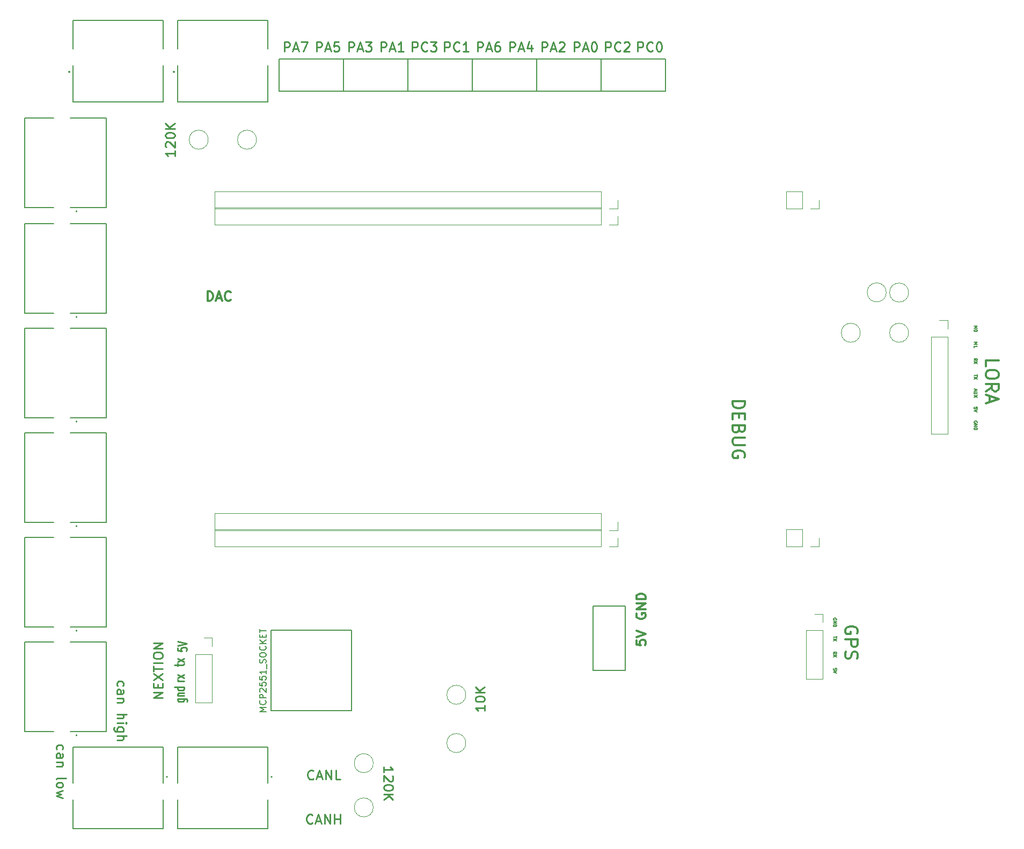
<source format=gbr>
G04 #@! TF.GenerationSoftware,KiCad,Pcbnew,(5.0.2)-1*
G04 #@! TF.CreationDate,2022-12-18T00:38:05+03:00*
G04 #@! TF.ProjectId,aks_mainboard,616b735f-6d61-4696-9e62-6f6172642e6b,rev?*
G04 #@! TF.SameCoordinates,Original*
G04 #@! TF.FileFunction,Legend,Top*
G04 #@! TF.FilePolarity,Positive*
%FSLAX46Y46*%
G04 Gerber Fmt 4.6, Leading zero omitted, Abs format (unit mm)*
G04 Created by KiCad (PCBNEW (5.0.2)-1) date 18.12.2022 00:38:05*
%MOMM*%
%LPD*%
G01*
G04 APERTURE LIST*
%ADD10C,0.300000*%
%ADD11C,0.250000*%
%ADD12C,0.127000*%
%ADD13C,0.120000*%
%ADD14C,0.200000*%
%ADD15C,0.150000*%
G04 APERTURE END LIST*
D10*
X200390000Y-136366428D02*
X200485238Y-136175952D01*
X200485238Y-135890238D01*
X200390000Y-135604523D01*
X200199523Y-135414047D01*
X200009047Y-135318809D01*
X199628095Y-135223571D01*
X199342380Y-135223571D01*
X198961428Y-135318809D01*
X198770952Y-135414047D01*
X198580476Y-135604523D01*
X198485238Y-135890238D01*
X198485238Y-136080714D01*
X198580476Y-136366428D01*
X198675714Y-136461666D01*
X199342380Y-136461666D01*
X199342380Y-136080714D01*
X198485238Y-137318809D02*
X200485238Y-137318809D01*
X200485238Y-138080714D01*
X200390000Y-138271190D01*
X200294761Y-138366428D01*
X200104285Y-138461666D01*
X199818571Y-138461666D01*
X199628095Y-138366428D01*
X199532857Y-138271190D01*
X199437619Y-138080714D01*
X199437619Y-137318809D01*
X198580476Y-139223571D02*
X198485238Y-139509285D01*
X198485238Y-139985476D01*
X198580476Y-140175952D01*
X198675714Y-140271190D01*
X198866190Y-140366428D01*
X199056666Y-140366428D01*
X199247142Y-140271190D01*
X199342380Y-140175952D01*
X199437619Y-139985476D01*
X199532857Y-139604523D01*
X199628095Y-139414047D01*
X199723333Y-139318809D01*
X199913809Y-139223571D01*
X200104285Y-139223571D01*
X200294761Y-139318809D01*
X200390000Y-139414047D01*
X200485238Y-139604523D01*
X200485238Y-140080714D01*
X200390000Y-140366428D01*
X220710238Y-94234285D02*
X220710238Y-93281904D01*
X222710238Y-93281904D01*
X222710238Y-95281904D02*
X222710238Y-95662857D01*
X222615000Y-95853333D01*
X222424523Y-96043809D01*
X222043571Y-96139047D01*
X221376904Y-96139047D01*
X220995952Y-96043809D01*
X220805476Y-95853333D01*
X220710238Y-95662857D01*
X220710238Y-95281904D01*
X220805476Y-95091428D01*
X220995952Y-94900952D01*
X221376904Y-94805714D01*
X222043571Y-94805714D01*
X222424523Y-94900952D01*
X222615000Y-95091428D01*
X222710238Y-95281904D01*
X220710238Y-98139047D02*
X221662619Y-97472380D01*
X220710238Y-96996190D02*
X222710238Y-96996190D01*
X222710238Y-97758095D01*
X222615000Y-97948571D01*
X222519761Y-98043809D01*
X222329285Y-98139047D01*
X222043571Y-98139047D01*
X221853095Y-98043809D01*
X221757857Y-97948571D01*
X221662619Y-97758095D01*
X221662619Y-96996190D01*
X221281666Y-98900952D02*
X221281666Y-99853333D01*
X220710238Y-98710476D02*
X222710238Y-99377142D01*
X220710238Y-100043809D01*
D11*
X114633571Y-159285714D02*
X114562142Y-159357142D01*
X114347857Y-159428571D01*
X114205000Y-159428571D01*
X113990714Y-159357142D01*
X113847857Y-159214285D01*
X113776428Y-159071428D01*
X113705000Y-158785714D01*
X113705000Y-158571428D01*
X113776428Y-158285714D01*
X113847857Y-158142857D01*
X113990714Y-158000000D01*
X114205000Y-157928571D01*
X114347857Y-157928571D01*
X114562142Y-158000000D01*
X114633571Y-158071428D01*
X115205000Y-159000000D02*
X115919285Y-159000000D01*
X115062142Y-159428571D02*
X115562142Y-157928571D01*
X116062142Y-159428571D01*
X116562142Y-159428571D02*
X116562142Y-157928571D01*
X117419285Y-159428571D01*
X117419285Y-157928571D01*
X118847857Y-159428571D02*
X118133571Y-159428571D01*
X118133571Y-157928571D01*
X114455000Y-166270714D02*
X114383571Y-166342142D01*
X114169285Y-166413571D01*
X114026428Y-166413571D01*
X113812142Y-166342142D01*
X113669285Y-166199285D01*
X113597857Y-166056428D01*
X113526428Y-165770714D01*
X113526428Y-165556428D01*
X113597857Y-165270714D01*
X113669285Y-165127857D01*
X113812142Y-164985000D01*
X114026428Y-164913571D01*
X114169285Y-164913571D01*
X114383571Y-164985000D01*
X114455000Y-165056428D01*
X115026428Y-165985000D02*
X115740714Y-165985000D01*
X114883571Y-166413571D02*
X115383571Y-164913571D01*
X115883571Y-166413571D01*
X116383571Y-166413571D02*
X116383571Y-164913571D01*
X117240714Y-166413571D01*
X117240714Y-164913571D01*
X117955000Y-166413571D02*
X117955000Y-164913571D01*
X117955000Y-165627857D02*
X118812142Y-165627857D01*
X118812142Y-166413571D02*
X118812142Y-164913571D01*
X141648571Y-147720714D02*
X141648571Y-148577857D01*
X141648571Y-148149285D02*
X140148571Y-148149285D01*
X140362857Y-148292142D01*
X140505714Y-148435000D01*
X140577142Y-148577857D01*
X140148571Y-146792142D02*
X140148571Y-146649285D01*
X140220000Y-146506428D01*
X140291428Y-146435000D01*
X140434285Y-146363571D01*
X140720000Y-146292142D01*
X141077142Y-146292142D01*
X141362857Y-146363571D01*
X141505714Y-146435000D01*
X141577142Y-146506428D01*
X141648571Y-146649285D01*
X141648571Y-146792142D01*
X141577142Y-146935000D01*
X141505714Y-147006428D01*
X141362857Y-147077857D01*
X141077142Y-147149285D01*
X140720000Y-147149285D01*
X140434285Y-147077857D01*
X140291428Y-147006428D01*
X140220000Y-146935000D01*
X140148571Y-146792142D01*
X141648571Y-145649285D02*
X140148571Y-145649285D01*
X141648571Y-144792142D02*
X140791428Y-145435000D01*
X140148571Y-144792142D02*
X141005714Y-145649285D01*
X125686428Y-158270000D02*
X125686428Y-157412857D01*
X125686428Y-157841428D02*
X127186428Y-157841428D01*
X126972142Y-157698571D01*
X126829285Y-157555714D01*
X126757857Y-157412857D01*
X127043571Y-158841428D02*
X127115000Y-158912857D01*
X127186428Y-159055714D01*
X127186428Y-159412857D01*
X127115000Y-159555714D01*
X127043571Y-159627142D01*
X126900714Y-159698571D01*
X126757857Y-159698571D01*
X126543571Y-159627142D01*
X125686428Y-158770000D01*
X125686428Y-159698571D01*
X127186428Y-160627142D02*
X127186428Y-160770000D01*
X127115000Y-160912857D01*
X127043571Y-160984285D01*
X126900714Y-161055714D01*
X126615000Y-161127142D01*
X126257857Y-161127142D01*
X125972142Y-161055714D01*
X125829285Y-160984285D01*
X125757857Y-160912857D01*
X125686428Y-160770000D01*
X125686428Y-160627142D01*
X125757857Y-160484285D01*
X125829285Y-160412857D01*
X125972142Y-160341428D01*
X126257857Y-160270000D01*
X126615000Y-160270000D01*
X126900714Y-160341428D01*
X127043571Y-160412857D01*
X127115000Y-160484285D01*
X127186428Y-160627142D01*
X125686428Y-161770000D02*
X127186428Y-161770000D01*
X125686428Y-162627142D02*
X126543571Y-161984285D01*
X127186428Y-162627142D02*
X126329285Y-161770000D01*
X92753571Y-60170000D02*
X92753571Y-61027142D01*
X92753571Y-60598571D02*
X91253571Y-60598571D01*
X91467857Y-60741428D01*
X91610714Y-60884285D01*
X91682142Y-61027142D01*
X91396428Y-59598571D02*
X91325000Y-59527142D01*
X91253571Y-59384285D01*
X91253571Y-59027142D01*
X91325000Y-58884285D01*
X91396428Y-58812857D01*
X91539285Y-58741428D01*
X91682142Y-58741428D01*
X91896428Y-58812857D01*
X92753571Y-59670000D01*
X92753571Y-58741428D01*
X91253571Y-57812857D02*
X91253571Y-57670000D01*
X91325000Y-57527142D01*
X91396428Y-57455714D01*
X91539285Y-57384285D01*
X91825000Y-57312857D01*
X92182142Y-57312857D01*
X92467857Y-57384285D01*
X92610714Y-57455714D01*
X92682142Y-57527142D01*
X92753571Y-57670000D01*
X92753571Y-57812857D01*
X92682142Y-57955714D01*
X92610714Y-58027142D01*
X92467857Y-58098571D01*
X92182142Y-58170000D01*
X91825000Y-58170000D01*
X91539285Y-58098571D01*
X91396428Y-58027142D01*
X91325000Y-57955714D01*
X91253571Y-57812857D01*
X92753571Y-56670000D02*
X91253571Y-56670000D01*
X92753571Y-55812857D02*
X91896428Y-56455714D01*
X91253571Y-55812857D02*
X92110714Y-56670000D01*
X145570000Y-44493571D02*
X145570000Y-42993571D01*
X146141428Y-42993571D01*
X146284285Y-43065000D01*
X146355714Y-43136428D01*
X146427142Y-43279285D01*
X146427142Y-43493571D01*
X146355714Y-43636428D01*
X146284285Y-43707857D01*
X146141428Y-43779285D01*
X145570000Y-43779285D01*
X146998571Y-44065000D02*
X147712857Y-44065000D01*
X146855714Y-44493571D02*
X147355714Y-42993571D01*
X147855714Y-44493571D01*
X148998571Y-43493571D02*
X148998571Y-44493571D01*
X148641428Y-42922142D02*
X148284285Y-43993571D01*
X149212857Y-43993571D01*
X150650000Y-44493571D02*
X150650000Y-42993571D01*
X151221428Y-42993571D01*
X151364285Y-43065000D01*
X151435714Y-43136428D01*
X151507142Y-43279285D01*
X151507142Y-43493571D01*
X151435714Y-43636428D01*
X151364285Y-43707857D01*
X151221428Y-43779285D01*
X150650000Y-43779285D01*
X152078571Y-44065000D02*
X152792857Y-44065000D01*
X151935714Y-44493571D02*
X152435714Y-42993571D01*
X152935714Y-44493571D01*
X153364285Y-43136428D02*
X153435714Y-43065000D01*
X153578571Y-42993571D01*
X153935714Y-42993571D01*
X154078571Y-43065000D01*
X154150000Y-43136428D01*
X154221428Y-43279285D01*
X154221428Y-43422142D01*
X154150000Y-43636428D01*
X153292857Y-44493571D01*
X154221428Y-44493571D01*
X165782857Y-44493571D02*
X165782857Y-42993571D01*
X166354285Y-42993571D01*
X166497142Y-43065000D01*
X166568571Y-43136428D01*
X166640000Y-43279285D01*
X166640000Y-43493571D01*
X166568571Y-43636428D01*
X166497142Y-43707857D01*
X166354285Y-43779285D01*
X165782857Y-43779285D01*
X168140000Y-44350714D02*
X168068571Y-44422142D01*
X167854285Y-44493571D01*
X167711428Y-44493571D01*
X167497142Y-44422142D01*
X167354285Y-44279285D01*
X167282857Y-44136428D01*
X167211428Y-43850714D01*
X167211428Y-43636428D01*
X167282857Y-43350714D01*
X167354285Y-43207857D01*
X167497142Y-43065000D01*
X167711428Y-42993571D01*
X167854285Y-42993571D01*
X168068571Y-43065000D01*
X168140000Y-43136428D01*
X169068571Y-42993571D02*
X169211428Y-42993571D01*
X169354285Y-43065000D01*
X169425714Y-43136428D01*
X169497142Y-43279285D01*
X169568571Y-43565000D01*
X169568571Y-43922142D01*
X169497142Y-44207857D01*
X169425714Y-44350714D01*
X169354285Y-44422142D01*
X169211428Y-44493571D01*
X169068571Y-44493571D01*
X168925714Y-44422142D01*
X168854285Y-44350714D01*
X168782857Y-44207857D01*
X168711428Y-43922142D01*
X168711428Y-43565000D01*
X168782857Y-43279285D01*
X168854285Y-43136428D01*
X168925714Y-43065000D01*
X169068571Y-42993571D01*
X155730000Y-44493571D02*
X155730000Y-42993571D01*
X156301428Y-42993571D01*
X156444285Y-43065000D01*
X156515714Y-43136428D01*
X156587142Y-43279285D01*
X156587142Y-43493571D01*
X156515714Y-43636428D01*
X156444285Y-43707857D01*
X156301428Y-43779285D01*
X155730000Y-43779285D01*
X157158571Y-44065000D02*
X157872857Y-44065000D01*
X157015714Y-44493571D02*
X157515714Y-42993571D01*
X158015714Y-44493571D01*
X158801428Y-42993571D02*
X158944285Y-42993571D01*
X159087142Y-43065000D01*
X159158571Y-43136428D01*
X159230000Y-43279285D01*
X159301428Y-43565000D01*
X159301428Y-43922142D01*
X159230000Y-44207857D01*
X159158571Y-44350714D01*
X159087142Y-44422142D01*
X158944285Y-44493571D01*
X158801428Y-44493571D01*
X158658571Y-44422142D01*
X158587142Y-44350714D01*
X158515714Y-44207857D01*
X158444285Y-43922142D01*
X158444285Y-43565000D01*
X158515714Y-43279285D01*
X158587142Y-43136428D01*
X158658571Y-43065000D01*
X158801428Y-42993571D01*
X140490000Y-44493571D02*
X140490000Y-42993571D01*
X141061428Y-42993571D01*
X141204285Y-43065000D01*
X141275714Y-43136428D01*
X141347142Y-43279285D01*
X141347142Y-43493571D01*
X141275714Y-43636428D01*
X141204285Y-43707857D01*
X141061428Y-43779285D01*
X140490000Y-43779285D01*
X141918571Y-44065000D02*
X142632857Y-44065000D01*
X141775714Y-44493571D02*
X142275714Y-42993571D01*
X142775714Y-44493571D01*
X143918571Y-42993571D02*
X143632857Y-42993571D01*
X143490000Y-43065000D01*
X143418571Y-43136428D01*
X143275714Y-43350714D01*
X143204285Y-43636428D01*
X143204285Y-44207857D01*
X143275714Y-44350714D01*
X143347142Y-44422142D01*
X143490000Y-44493571D01*
X143775714Y-44493571D01*
X143918571Y-44422142D01*
X143990000Y-44350714D01*
X144061428Y-44207857D01*
X144061428Y-43850714D01*
X143990000Y-43707857D01*
X143918571Y-43636428D01*
X143775714Y-43565000D01*
X143490000Y-43565000D01*
X143347142Y-43636428D01*
X143275714Y-43707857D01*
X143204285Y-43850714D01*
X160702857Y-44493571D02*
X160702857Y-42993571D01*
X161274285Y-42993571D01*
X161417142Y-43065000D01*
X161488571Y-43136428D01*
X161560000Y-43279285D01*
X161560000Y-43493571D01*
X161488571Y-43636428D01*
X161417142Y-43707857D01*
X161274285Y-43779285D01*
X160702857Y-43779285D01*
X163060000Y-44350714D02*
X162988571Y-44422142D01*
X162774285Y-44493571D01*
X162631428Y-44493571D01*
X162417142Y-44422142D01*
X162274285Y-44279285D01*
X162202857Y-44136428D01*
X162131428Y-43850714D01*
X162131428Y-43636428D01*
X162202857Y-43350714D01*
X162274285Y-43207857D01*
X162417142Y-43065000D01*
X162631428Y-42993571D01*
X162774285Y-42993571D01*
X162988571Y-43065000D01*
X163060000Y-43136428D01*
X163631428Y-43136428D02*
X163702857Y-43065000D01*
X163845714Y-42993571D01*
X164202857Y-42993571D01*
X164345714Y-43065000D01*
X164417142Y-43136428D01*
X164488571Y-43279285D01*
X164488571Y-43422142D01*
X164417142Y-43636428D01*
X163560000Y-44493571D01*
X164488571Y-44493571D01*
X115090000Y-44493571D02*
X115090000Y-42993571D01*
X115661428Y-42993571D01*
X115804285Y-43065000D01*
X115875714Y-43136428D01*
X115947142Y-43279285D01*
X115947142Y-43493571D01*
X115875714Y-43636428D01*
X115804285Y-43707857D01*
X115661428Y-43779285D01*
X115090000Y-43779285D01*
X116518571Y-44065000D02*
X117232857Y-44065000D01*
X116375714Y-44493571D02*
X116875714Y-42993571D01*
X117375714Y-44493571D01*
X118590000Y-42993571D02*
X117875714Y-42993571D01*
X117804285Y-43707857D01*
X117875714Y-43636428D01*
X118018571Y-43565000D01*
X118375714Y-43565000D01*
X118518571Y-43636428D01*
X118590000Y-43707857D01*
X118661428Y-43850714D01*
X118661428Y-44207857D01*
X118590000Y-44350714D01*
X118518571Y-44422142D01*
X118375714Y-44493571D01*
X118018571Y-44493571D01*
X117875714Y-44422142D01*
X117804285Y-44350714D01*
X110010000Y-44493571D02*
X110010000Y-42993571D01*
X110581428Y-42993571D01*
X110724285Y-43065000D01*
X110795714Y-43136428D01*
X110867142Y-43279285D01*
X110867142Y-43493571D01*
X110795714Y-43636428D01*
X110724285Y-43707857D01*
X110581428Y-43779285D01*
X110010000Y-43779285D01*
X111438571Y-44065000D02*
X112152857Y-44065000D01*
X111295714Y-44493571D02*
X111795714Y-42993571D01*
X112295714Y-44493571D01*
X112652857Y-42993571D02*
X113652857Y-42993571D01*
X113010000Y-44493571D01*
X125250000Y-44493571D02*
X125250000Y-42993571D01*
X125821428Y-42993571D01*
X125964285Y-43065000D01*
X126035714Y-43136428D01*
X126107142Y-43279285D01*
X126107142Y-43493571D01*
X126035714Y-43636428D01*
X125964285Y-43707857D01*
X125821428Y-43779285D01*
X125250000Y-43779285D01*
X126678571Y-44065000D02*
X127392857Y-44065000D01*
X126535714Y-44493571D02*
X127035714Y-42993571D01*
X127535714Y-44493571D01*
X128821428Y-44493571D02*
X127964285Y-44493571D01*
X128392857Y-44493571D02*
X128392857Y-42993571D01*
X128250000Y-43207857D01*
X128107142Y-43350714D01*
X127964285Y-43422142D01*
X120170000Y-44493571D02*
X120170000Y-42993571D01*
X120741428Y-42993571D01*
X120884285Y-43065000D01*
X120955714Y-43136428D01*
X121027142Y-43279285D01*
X121027142Y-43493571D01*
X120955714Y-43636428D01*
X120884285Y-43707857D01*
X120741428Y-43779285D01*
X120170000Y-43779285D01*
X121598571Y-44065000D02*
X122312857Y-44065000D01*
X121455714Y-44493571D02*
X121955714Y-42993571D01*
X122455714Y-44493571D01*
X122812857Y-42993571D02*
X123741428Y-42993571D01*
X123241428Y-43565000D01*
X123455714Y-43565000D01*
X123598571Y-43636428D01*
X123670000Y-43707857D01*
X123741428Y-43850714D01*
X123741428Y-44207857D01*
X123670000Y-44350714D01*
X123598571Y-44422142D01*
X123455714Y-44493571D01*
X123027142Y-44493571D01*
X122884285Y-44422142D01*
X122812857Y-44350714D01*
X130222857Y-44493571D02*
X130222857Y-42993571D01*
X130794285Y-42993571D01*
X130937142Y-43065000D01*
X131008571Y-43136428D01*
X131080000Y-43279285D01*
X131080000Y-43493571D01*
X131008571Y-43636428D01*
X130937142Y-43707857D01*
X130794285Y-43779285D01*
X130222857Y-43779285D01*
X132580000Y-44350714D02*
X132508571Y-44422142D01*
X132294285Y-44493571D01*
X132151428Y-44493571D01*
X131937142Y-44422142D01*
X131794285Y-44279285D01*
X131722857Y-44136428D01*
X131651428Y-43850714D01*
X131651428Y-43636428D01*
X131722857Y-43350714D01*
X131794285Y-43207857D01*
X131937142Y-43065000D01*
X132151428Y-42993571D01*
X132294285Y-42993571D01*
X132508571Y-43065000D01*
X132580000Y-43136428D01*
X133080000Y-42993571D02*
X134008571Y-42993571D01*
X133508571Y-43565000D01*
X133722857Y-43565000D01*
X133865714Y-43636428D01*
X133937142Y-43707857D01*
X134008571Y-43850714D01*
X134008571Y-44207857D01*
X133937142Y-44350714D01*
X133865714Y-44422142D01*
X133722857Y-44493571D01*
X133294285Y-44493571D01*
X133151428Y-44422142D01*
X133080000Y-44350714D01*
X135302857Y-44493571D02*
X135302857Y-42993571D01*
X135874285Y-42993571D01*
X136017142Y-43065000D01*
X136088571Y-43136428D01*
X136160000Y-43279285D01*
X136160000Y-43493571D01*
X136088571Y-43636428D01*
X136017142Y-43707857D01*
X135874285Y-43779285D01*
X135302857Y-43779285D01*
X137660000Y-44350714D02*
X137588571Y-44422142D01*
X137374285Y-44493571D01*
X137231428Y-44493571D01*
X137017142Y-44422142D01*
X136874285Y-44279285D01*
X136802857Y-44136428D01*
X136731428Y-43850714D01*
X136731428Y-43636428D01*
X136802857Y-43350714D01*
X136874285Y-43207857D01*
X137017142Y-43065000D01*
X137231428Y-42993571D01*
X137374285Y-42993571D01*
X137588571Y-43065000D01*
X137660000Y-43136428D01*
X139088571Y-44493571D02*
X138231428Y-44493571D01*
X138660000Y-44493571D02*
X138660000Y-42993571D01*
X138517142Y-43207857D01*
X138374285Y-43350714D01*
X138231428Y-43422142D01*
D10*
X180705238Y-99663809D02*
X182705238Y-99663809D01*
X182705238Y-100140000D01*
X182610000Y-100425714D01*
X182419523Y-100616190D01*
X182229047Y-100711428D01*
X181848095Y-100806666D01*
X181562380Y-100806666D01*
X181181428Y-100711428D01*
X180990952Y-100616190D01*
X180800476Y-100425714D01*
X180705238Y-100140000D01*
X180705238Y-99663809D01*
X181752857Y-101663809D02*
X181752857Y-102330476D01*
X180705238Y-102616190D02*
X180705238Y-101663809D01*
X182705238Y-101663809D01*
X182705238Y-102616190D01*
X181752857Y-104140000D02*
X181657619Y-104425714D01*
X181562380Y-104520952D01*
X181371904Y-104616190D01*
X181086190Y-104616190D01*
X180895714Y-104520952D01*
X180800476Y-104425714D01*
X180705238Y-104235238D01*
X180705238Y-103473333D01*
X182705238Y-103473333D01*
X182705238Y-104140000D01*
X182610000Y-104330476D01*
X182514761Y-104425714D01*
X182324285Y-104520952D01*
X182133809Y-104520952D01*
X181943333Y-104425714D01*
X181848095Y-104330476D01*
X181752857Y-104140000D01*
X181752857Y-103473333D01*
X182705238Y-105473333D02*
X181086190Y-105473333D01*
X180895714Y-105568571D01*
X180800476Y-105663809D01*
X180705238Y-105854285D01*
X180705238Y-106235238D01*
X180800476Y-106425714D01*
X180895714Y-106520952D01*
X181086190Y-106616190D01*
X182705238Y-106616190D01*
X182610000Y-108616190D02*
X182705238Y-108425714D01*
X182705238Y-108140000D01*
X182610000Y-107854285D01*
X182419523Y-107663809D01*
X182229047Y-107568571D01*
X181848095Y-107473333D01*
X181562380Y-107473333D01*
X181181428Y-107568571D01*
X180990952Y-107663809D01*
X180800476Y-107854285D01*
X180705238Y-108140000D01*
X180705238Y-108330476D01*
X180800476Y-108616190D01*
X180895714Y-108711428D01*
X181562380Y-108711428D01*
X181562380Y-108330476D01*
D11*
X83688909Y-144625714D02*
X83617480Y-144482857D01*
X83617480Y-144197142D01*
X83688909Y-144054285D01*
X83760337Y-143982857D01*
X83903194Y-143911428D01*
X84331766Y-143911428D01*
X84474623Y-143982857D01*
X84546052Y-144054285D01*
X84617480Y-144197142D01*
X84617480Y-144482857D01*
X84546052Y-144625714D01*
X83617480Y-145911428D02*
X84403194Y-145911428D01*
X84546052Y-145840000D01*
X84617480Y-145697142D01*
X84617480Y-145411428D01*
X84546052Y-145268571D01*
X83688909Y-145911428D02*
X83617480Y-145768571D01*
X83617480Y-145411428D01*
X83688909Y-145268571D01*
X83831766Y-145197142D01*
X83974623Y-145197142D01*
X84117480Y-145268571D01*
X84188909Y-145411428D01*
X84188909Y-145768571D01*
X84260337Y-145911428D01*
X84617480Y-146625714D02*
X83617480Y-146625714D01*
X84474623Y-146625714D02*
X84546052Y-146697142D01*
X84617480Y-146840000D01*
X84617480Y-147054285D01*
X84546052Y-147197142D01*
X84403194Y-147268571D01*
X83617480Y-147268571D01*
X83617480Y-149125714D02*
X85117480Y-149125714D01*
X83617480Y-149768571D02*
X84403194Y-149768571D01*
X84546052Y-149697142D01*
X84617480Y-149554285D01*
X84617480Y-149340000D01*
X84546052Y-149197142D01*
X84474623Y-149125714D01*
X83617480Y-150482857D02*
X84617480Y-150482857D01*
X85117480Y-150482857D02*
X85046052Y-150411428D01*
X84974623Y-150482857D01*
X85046052Y-150554285D01*
X85117480Y-150482857D01*
X84974623Y-150482857D01*
X84617480Y-151840000D02*
X83403194Y-151840000D01*
X83260337Y-151768571D01*
X83188909Y-151697142D01*
X83117480Y-151554285D01*
X83117480Y-151340000D01*
X83188909Y-151197142D01*
X83688909Y-151840000D02*
X83617480Y-151697142D01*
X83617480Y-151411428D01*
X83688909Y-151268571D01*
X83760337Y-151197142D01*
X83903194Y-151125714D01*
X84331766Y-151125714D01*
X84474623Y-151197142D01*
X84546052Y-151268571D01*
X84617480Y-151411428D01*
X84617480Y-151697142D01*
X84546052Y-151840000D01*
X83617480Y-152554285D02*
X85117480Y-152554285D01*
X83617480Y-153197142D02*
X84403194Y-153197142D01*
X84546052Y-153125714D01*
X84617480Y-152982857D01*
X84617480Y-152768571D01*
X84546052Y-152625714D01*
X84474623Y-152554285D01*
X74163909Y-154686428D02*
X74092480Y-154543571D01*
X74092480Y-154257857D01*
X74163909Y-154115000D01*
X74235337Y-154043571D01*
X74378194Y-153972142D01*
X74806766Y-153972142D01*
X74949623Y-154043571D01*
X75021052Y-154115000D01*
X75092480Y-154257857D01*
X75092480Y-154543571D01*
X75021052Y-154686428D01*
X74092480Y-155972142D02*
X74878194Y-155972142D01*
X75021052Y-155900714D01*
X75092480Y-155757857D01*
X75092480Y-155472142D01*
X75021052Y-155329285D01*
X74163909Y-155972142D02*
X74092480Y-155829285D01*
X74092480Y-155472142D01*
X74163909Y-155329285D01*
X74306766Y-155257857D01*
X74449623Y-155257857D01*
X74592480Y-155329285D01*
X74663909Y-155472142D01*
X74663909Y-155829285D01*
X74735337Y-155972142D01*
X75092480Y-156686428D02*
X74092480Y-156686428D01*
X74949623Y-156686428D02*
X75021052Y-156757857D01*
X75092480Y-156900714D01*
X75092480Y-157115000D01*
X75021052Y-157257857D01*
X74878194Y-157329285D01*
X74092480Y-157329285D01*
X74092480Y-159400714D02*
X74163909Y-159257857D01*
X74306766Y-159186428D01*
X75592480Y-159186428D01*
X74092480Y-160186428D02*
X74163909Y-160043571D01*
X74235337Y-159972142D01*
X74378194Y-159900714D01*
X74806766Y-159900714D01*
X74949623Y-159972142D01*
X75021052Y-160043571D01*
X75092480Y-160186428D01*
X75092480Y-160400714D01*
X75021052Y-160543571D01*
X74949623Y-160615000D01*
X74806766Y-160686428D01*
X74378194Y-160686428D01*
X74235337Y-160615000D01*
X74163909Y-160543571D01*
X74092480Y-160400714D01*
X74092480Y-160186428D01*
X75092480Y-161186428D02*
X74092480Y-161472142D01*
X74806766Y-161757857D01*
X74092480Y-162043571D01*
X75092480Y-162329285D01*
D12*
X197128190Y-136772952D02*
X197128190Y-137063238D01*
X196620190Y-136918095D02*
X197128190Y-136918095D01*
X197128190Y-137184190D02*
X196620190Y-137522857D01*
X197128190Y-137522857D02*
X196620190Y-137184190D01*
X196620190Y-139615333D02*
X196862095Y-139446000D01*
X196620190Y-139325047D02*
X197128190Y-139325047D01*
X197128190Y-139518571D01*
X197104000Y-139566952D01*
X197079809Y-139591142D01*
X197031428Y-139615333D01*
X196958857Y-139615333D01*
X196910476Y-139591142D01*
X196886285Y-139566952D01*
X196862095Y-139518571D01*
X196862095Y-139325047D01*
X197128190Y-139784666D02*
X196620190Y-140123333D01*
X197128190Y-140123333D02*
X196620190Y-139784666D01*
X197128190Y-142143238D02*
X197128190Y-141901333D01*
X196886285Y-141877142D01*
X196910476Y-141901333D01*
X196934666Y-141949714D01*
X196934666Y-142070666D01*
X196910476Y-142119047D01*
X196886285Y-142143238D01*
X196837904Y-142167428D01*
X196716952Y-142167428D01*
X196668571Y-142143238D01*
X196644380Y-142119047D01*
X196620190Y-142070666D01*
X196620190Y-141949714D01*
X196644380Y-141901333D01*
X196668571Y-141877142D01*
X197128190Y-142312571D02*
X196620190Y-142481904D01*
X197128190Y-142651238D01*
X197104000Y-134232952D02*
X197128190Y-134184571D01*
X197128190Y-134112000D01*
X197104000Y-134039428D01*
X197055619Y-133991047D01*
X197007238Y-133966857D01*
X196910476Y-133942666D01*
X196837904Y-133942666D01*
X196741142Y-133966857D01*
X196692761Y-133991047D01*
X196644380Y-134039428D01*
X196620190Y-134112000D01*
X196620190Y-134160380D01*
X196644380Y-134232952D01*
X196668571Y-134257142D01*
X196837904Y-134257142D01*
X196837904Y-134160380D01*
X196620190Y-134474857D02*
X197128190Y-134474857D01*
X196620190Y-134765142D01*
X197128190Y-134765142D01*
X196620190Y-135007047D02*
X197128190Y-135007047D01*
X197128190Y-135128000D01*
X197104000Y-135200571D01*
X197055619Y-135248952D01*
X197007238Y-135273142D01*
X196910476Y-135297333D01*
X196837904Y-135297333D01*
X196741142Y-135273142D01*
X196692761Y-135248952D01*
X196644380Y-135200571D01*
X196620190Y-135128000D01*
X196620190Y-135007047D01*
X218845190Y-87853761D02*
X219353190Y-87853761D01*
X218990333Y-88023095D01*
X219353190Y-88192428D01*
X218845190Y-88192428D01*
X219353190Y-88531095D02*
X219353190Y-88579476D01*
X219329000Y-88627857D01*
X219304809Y-88652047D01*
X219256428Y-88676238D01*
X219159666Y-88700428D01*
X219038714Y-88700428D01*
X218941952Y-88676238D01*
X218893571Y-88652047D01*
X218869380Y-88627857D01*
X218845190Y-88579476D01*
X218845190Y-88531095D01*
X218869380Y-88482714D01*
X218893571Y-88458523D01*
X218941952Y-88434333D01*
X219038714Y-88410142D01*
X219159666Y-88410142D01*
X219256428Y-88434333D01*
X219304809Y-88458523D01*
X219329000Y-88482714D01*
X219353190Y-88531095D01*
X218845190Y-90393761D02*
X219353190Y-90393761D01*
X218990333Y-90563095D01*
X219353190Y-90732428D01*
X218845190Y-90732428D01*
X218845190Y-91240428D02*
X218845190Y-90950142D01*
X218845190Y-91095285D02*
X219353190Y-91095285D01*
X219280619Y-91046904D01*
X219232238Y-90998523D01*
X219208047Y-90950142D01*
X218845190Y-93260333D02*
X219087095Y-93091000D01*
X218845190Y-92970047D02*
X219353190Y-92970047D01*
X219353190Y-93163571D01*
X219329000Y-93211952D01*
X219304809Y-93236142D01*
X219256428Y-93260333D01*
X219183857Y-93260333D01*
X219135476Y-93236142D01*
X219111285Y-93211952D01*
X219087095Y-93163571D01*
X219087095Y-92970047D01*
X219353190Y-93429666D02*
X218845190Y-93768333D01*
X219353190Y-93768333D02*
X218845190Y-93429666D01*
X219353190Y-95497952D02*
X219353190Y-95788238D01*
X218845190Y-95643095D02*
X219353190Y-95643095D01*
X219353190Y-95909190D02*
X218845190Y-96247857D01*
X219353190Y-96247857D02*
X218845190Y-95909190D01*
X219353190Y-100868238D02*
X219353190Y-100626333D01*
X219111285Y-100602142D01*
X219135476Y-100626333D01*
X219159666Y-100674714D01*
X219159666Y-100795666D01*
X219135476Y-100844047D01*
X219111285Y-100868238D01*
X219062904Y-100892428D01*
X218941952Y-100892428D01*
X218893571Y-100868238D01*
X218869380Y-100844047D01*
X218845190Y-100795666D01*
X218845190Y-100674714D01*
X218869380Y-100626333D01*
X218893571Y-100602142D01*
X219353190Y-101037571D02*
X218845190Y-101206904D01*
X219353190Y-101376238D01*
X218990333Y-97796047D02*
X218990333Y-98037952D01*
X218845190Y-97747666D02*
X219353190Y-97917000D01*
X218845190Y-98086333D01*
X219353190Y-98255666D02*
X218941952Y-98255666D01*
X218893571Y-98279857D01*
X218869380Y-98304047D01*
X218845190Y-98352428D01*
X218845190Y-98449190D01*
X218869380Y-98497571D01*
X218893571Y-98521761D01*
X218941952Y-98545952D01*
X219353190Y-98545952D01*
X219353190Y-98739476D02*
X218845190Y-99078142D01*
X219353190Y-99078142D02*
X218845190Y-98739476D01*
D11*
X93182519Y-141500106D02*
X93182519Y-141119153D01*
X92682519Y-141357248D02*
X93968233Y-141357248D01*
X94111090Y-141309629D01*
X94182519Y-141214391D01*
X94182519Y-141119153D01*
X94182519Y-140881058D02*
X93182519Y-140357248D01*
X93182519Y-140881058D02*
X94182519Y-140357248D01*
X93182519Y-146675344D02*
X94396805Y-146675344D01*
X94539662Y-146722963D01*
X94611090Y-146770582D01*
X94682519Y-146865820D01*
X94682519Y-147008677D01*
X94611090Y-147103915D01*
X94111090Y-146675344D02*
X94182519Y-146770582D01*
X94182519Y-146961058D01*
X94111090Y-147056296D01*
X94039662Y-147103915D01*
X93896805Y-147151534D01*
X93468233Y-147151534D01*
X93325376Y-147103915D01*
X93253948Y-147056296D01*
X93182519Y-146961058D01*
X93182519Y-146770582D01*
X93253948Y-146675344D01*
X93182519Y-146199153D02*
X94182519Y-146199153D01*
X93325376Y-146199153D02*
X93253948Y-146151534D01*
X93182519Y-146056296D01*
X93182519Y-145913439D01*
X93253948Y-145818201D01*
X93396805Y-145770582D01*
X94182519Y-145770582D01*
X94182519Y-144865820D02*
X92682519Y-144865820D01*
X94111090Y-144865820D02*
X94182519Y-144961058D01*
X94182519Y-145151534D01*
X94111090Y-145246772D01*
X94039662Y-145294391D01*
X93896805Y-145342010D01*
X93468233Y-145342010D01*
X93325376Y-145294391D01*
X93253948Y-145246772D01*
X93182519Y-145151534D01*
X93182519Y-144961058D01*
X93253948Y-144865820D01*
X93158571Y-138620476D02*
X93158571Y-139096666D01*
X93872857Y-139144285D01*
X93801428Y-139096666D01*
X93730000Y-139001428D01*
X93730000Y-138763333D01*
X93801428Y-138668095D01*
X93872857Y-138620476D01*
X94015714Y-138572857D01*
X94372857Y-138572857D01*
X94515714Y-138620476D01*
X94587142Y-138668095D01*
X94658571Y-138763333D01*
X94658571Y-139001428D01*
X94587142Y-139096666D01*
X94515714Y-139144285D01*
X93158571Y-138287142D02*
X94658571Y-137953809D01*
X93158571Y-137620476D01*
X94182519Y-143921058D02*
X93182519Y-143921058D01*
X93468233Y-143921058D02*
X93325376Y-143873439D01*
X93253948Y-143825820D01*
X93182519Y-143730582D01*
X93182519Y-143635344D01*
X94182519Y-143397248D02*
X93182519Y-142873439D01*
X93182519Y-143397248D02*
X94182519Y-142873439D01*
X90848571Y-146496296D02*
X89348571Y-146496296D01*
X90848571Y-145639153D01*
X89348571Y-145639153D01*
X90062857Y-144924868D02*
X90062857Y-144424868D01*
X90848571Y-144210582D02*
X90848571Y-144924868D01*
X89348571Y-144924868D01*
X89348571Y-144210582D01*
X89348571Y-143710582D02*
X90848571Y-142710582D01*
X89348571Y-142710582D02*
X90848571Y-143710582D01*
X89348571Y-142353439D02*
X89348571Y-141496296D01*
X90848571Y-141924868D02*
X89348571Y-141924868D01*
X90848571Y-140996296D02*
X89348571Y-140996296D01*
X89348571Y-139996296D02*
X89348571Y-139710582D01*
X89420000Y-139567725D01*
X89562857Y-139424868D01*
X89848571Y-139353439D01*
X90348571Y-139353439D01*
X90634285Y-139424868D01*
X90777142Y-139567725D01*
X90848571Y-139710582D01*
X90848571Y-139996296D01*
X90777142Y-140139153D01*
X90634285Y-140282010D01*
X90348571Y-140353439D01*
X89848571Y-140353439D01*
X89562857Y-140282010D01*
X89420000Y-140139153D01*
X89348571Y-139996296D01*
X90848571Y-138710582D02*
X89348571Y-138710582D01*
X90848571Y-137853439D01*
X89348571Y-137853439D01*
D10*
X97909285Y-83863571D02*
X97909285Y-82363571D01*
X98266428Y-82363571D01*
X98480714Y-82435000D01*
X98623571Y-82577857D01*
X98695000Y-82720714D01*
X98766428Y-83006428D01*
X98766428Y-83220714D01*
X98695000Y-83506428D01*
X98623571Y-83649285D01*
X98480714Y-83792142D01*
X98266428Y-83863571D01*
X97909285Y-83863571D01*
X99337857Y-83435000D02*
X100052142Y-83435000D01*
X99195000Y-83863571D02*
X99695000Y-82363571D01*
X100195000Y-83863571D01*
X101552142Y-83720714D02*
X101480714Y-83792142D01*
X101266428Y-83863571D01*
X101123571Y-83863571D01*
X100909285Y-83792142D01*
X100766428Y-83649285D01*
X100695000Y-83506428D01*
X100623571Y-83220714D01*
X100623571Y-83006428D01*
X100695000Y-82720714D01*
X100766428Y-82577857D01*
X100909285Y-82435000D01*
X101123571Y-82363571D01*
X101266428Y-82363571D01*
X101480714Y-82435000D01*
X101552142Y-82506428D01*
D12*
X219329000Y-103117952D02*
X219353190Y-103069571D01*
X219353190Y-102997000D01*
X219329000Y-102924428D01*
X219280619Y-102876047D01*
X219232238Y-102851857D01*
X219135476Y-102827666D01*
X219062904Y-102827666D01*
X218966142Y-102851857D01*
X218917761Y-102876047D01*
X218869380Y-102924428D01*
X218845190Y-102997000D01*
X218845190Y-103045380D01*
X218869380Y-103117952D01*
X218893571Y-103142142D01*
X219062904Y-103142142D01*
X219062904Y-103045380D01*
X218845190Y-103359857D02*
X219353190Y-103359857D01*
X218845190Y-103650142D01*
X219353190Y-103650142D01*
X218845190Y-103892047D02*
X219353190Y-103892047D01*
X219353190Y-104013000D01*
X219329000Y-104085571D01*
X219280619Y-104133952D01*
X219232238Y-104158142D01*
X219135476Y-104182333D01*
X219062904Y-104182333D01*
X218966142Y-104158142D01*
X218917761Y-104133952D01*
X218869380Y-104085571D01*
X218845190Y-104013000D01*
X218845190Y-103892047D01*
D10*
X165620000Y-133222857D02*
X165548571Y-133365714D01*
X165548571Y-133580000D01*
X165620000Y-133794285D01*
X165762857Y-133937142D01*
X165905714Y-134008571D01*
X166191428Y-134080000D01*
X166405714Y-134080000D01*
X166691428Y-134008571D01*
X166834285Y-133937142D01*
X166977142Y-133794285D01*
X167048571Y-133580000D01*
X167048571Y-133437142D01*
X166977142Y-133222857D01*
X166905714Y-133151428D01*
X166405714Y-133151428D01*
X166405714Y-133437142D01*
X167048571Y-132508571D02*
X165548571Y-132508571D01*
X167048571Y-131651428D01*
X165548571Y-131651428D01*
X167048571Y-130937142D02*
X165548571Y-130937142D01*
X165548571Y-130580000D01*
X165620000Y-130365714D01*
X165762857Y-130222857D01*
X165905714Y-130151428D01*
X166191428Y-130080000D01*
X166405714Y-130080000D01*
X166691428Y-130151428D01*
X166834285Y-130222857D01*
X166977142Y-130365714D01*
X167048571Y-130580000D01*
X167048571Y-130937142D01*
X165548571Y-137445714D02*
X165548571Y-138160000D01*
X166262857Y-138231428D01*
X166191428Y-138160000D01*
X166120000Y-138017142D01*
X166120000Y-137660000D01*
X166191428Y-137517142D01*
X166262857Y-137445714D01*
X166405714Y-137374285D01*
X166762857Y-137374285D01*
X166905714Y-137445714D01*
X166977142Y-137517142D01*
X167048571Y-137660000D01*
X167048571Y-138017142D01*
X166977142Y-138160000D01*
X166905714Y-138231428D01*
X165548571Y-136945714D02*
X167048571Y-136445714D01*
X165548571Y-135945714D01*
D13*
G04 #@! TO.C,*
X124055833Y-163830000D02*
G75*
G03X124055833Y-163830000I-1500833J0D01*
G01*
X124055833Y-156845000D02*
G75*
G03X124055833Y-156845000I-1500833J0D01*
G01*
X105640833Y-58420000D02*
G75*
G03X105640833Y-58420000I-1500833J0D01*
G01*
X98020833Y-58420000D02*
G75*
G03X98020833Y-58420000I-1500833J0D01*
G01*
X204980233Y-82524600D02*
G75*
G03X204980233Y-82524600I-1500833J0D01*
G01*
X208510833Y-82550000D02*
G75*
G03X208510833Y-82550000I-1500833J0D01*
G01*
X200890833Y-88900000D02*
G75*
G03X200890833Y-88900000I-1500833J0D01*
G01*
X208510833Y-88900000D02*
G75*
G03X208510833Y-88900000I-1500833J0D01*
G01*
D12*
X76720000Y-154290000D02*
X90920000Y-154290000D01*
X90920000Y-167140000D02*
X76720000Y-167140000D01*
X76720000Y-159970000D02*
X76720000Y-154290000D01*
X76720000Y-167140000D02*
X76720000Y-162610000D01*
X90920000Y-159970000D02*
X90920000Y-154290000D01*
X90920000Y-167140000D02*
X90920000Y-162610000D01*
D14*
X91595000Y-158990000D02*
G75*
G03X91595000Y-158990000I-100000J0D01*
G01*
X108105000Y-158990000D02*
G75*
G03X108105000Y-158990000I-100000J0D01*
G01*
D12*
X107430000Y-167140000D02*
X107430000Y-162610000D01*
X107430000Y-159970000D02*
X107430000Y-154290000D01*
X93230000Y-167140000D02*
X93230000Y-162610000D01*
X93230000Y-159970000D02*
X93230000Y-154290000D01*
X107430000Y-167140000D02*
X93230000Y-167140000D01*
X93230000Y-154290000D02*
X107430000Y-154290000D01*
D15*
X119380000Y-45720000D02*
X129540000Y-45720000D01*
X119380000Y-50800000D02*
X119380000Y-45720000D01*
X129540000Y-50800000D02*
X119380000Y-50800000D01*
X129540000Y-45720000D02*
X129540000Y-50800000D01*
D13*
X97313948Y-137034868D02*
X98643948Y-137034868D01*
X98643948Y-137034868D02*
X98643948Y-138364868D01*
X98643948Y-139634868D02*
X98643948Y-147314868D01*
X95983948Y-147314868D02*
X98643948Y-147314868D01*
X95983948Y-139634868D02*
X95983948Y-147314868D01*
X95983948Y-139634868D02*
X98643948Y-139634868D01*
D15*
X160020000Y-45720000D02*
X170180000Y-45720000D01*
X160020000Y-50800000D02*
X160020000Y-45720000D01*
X170180000Y-50800000D02*
X160020000Y-50800000D01*
X170180000Y-45720000D02*
X170180000Y-50800000D01*
X119380000Y-45720000D02*
X119380000Y-50800000D01*
X119380000Y-50800000D02*
X109220000Y-50800000D01*
X109220000Y-50800000D02*
X109220000Y-45720000D01*
X109220000Y-45720000D02*
X119380000Y-45720000D01*
X139700000Y-45720000D02*
X139700000Y-50800000D01*
X139700000Y-50800000D02*
X129540000Y-50800000D01*
X129540000Y-50800000D02*
X129540000Y-45720000D01*
X129540000Y-45720000D02*
X139700000Y-45720000D01*
X149860000Y-45720000D02*
X149860000Y-50800000D01*
X149860000Y-50800000D02*
X139700000Y-50800000D01*
X139700000Y-50800000D02*
X139700000Y-45720000D01*
X139700000Y-45720000D02*
X149860000Y-45720000D01*
D12*
X90866361Y-52416901D02*
X76666361Y-52416901D01*
X76666361Y-39566901D02*
X90866361Y-39566901D01*
X90866361Y-46736901D02*
X90866361Y-52416901D01*
X90866361Y-39566901D02*
X90866361Y-44096901D01*
X76666361Y-46736901D02*
X76666361Y-52416901D01*
X76666361Y-39566901D02*
X76666361Y-44096901D01*
D14*
X76191361Y-47716901D02*
G75*
G03X76191361Y-47716901I-100000J0D01*
G01*
D12*
X107376361Y-52416901D02*
X93176361Y-52416901D01*
X93176361Y-39566901D02*
X107376361Y-39566901D01*
X107376361Y-46736901D02*
X107376361Y-52416901D01*
X107376361Y-39566901D02*
X107376361Y-44096901D01*
X93176361Y-46736901D02*
X93176361Y-52416901D01*
X93176361Y-39566901D02*
X93176361Y-44096901D01*
D14*
X92701361Y-47716901D02*
G75*
G03X92701361Y-47716901I-100000J0D01*
G01*
D12*
X81930000Y-54970000D02*
X81930000Y-69170000D01*
X69080000Y-69170000D02*
X69080000Y-54970000D01*
X76250000Y-54970000D02*
X81930000Y-54970000D01*
X69080000Y-54970000D02*
X73610000Y-54970000D01*
X76250000Y-69170000D02*
X81930000Y-69170000D01*
X69080000Y-69170000D02*
X73610000Y-69170000D01*
D14*
X77330000Y-69745000D02*
G75*
G03X77330000Y-69745000I-100000J0D01*
G01*
X77330000Y-86415000D02*
G75*
G03X77330000Y-86415000I-100000J0D01*
G01*
D12*
X69080000Y-85840000D02*
X73610000Y-85840000D01*
X76250000Y-85840000D02*
X81930000Y-85840000D01*
X69080000Y-71640000D02*
X73610000Y-71640000D01*
X76250000Y-71640000D02*
X81930000Y-71640000D01*
X69080000Y-85840000D02*
X69080000Y-71640000D01*
X81930000Y-71640000D02*
X81930000Y-85840000D01*
D14*
X77330000Y-102925000D02*
G75*
G03X77330000Y-102925000I-100000J0D01*
G01*
D12*
X69080000Y-102350000D02*
X73610000Y-102350000D01*
X76250000Y-102350000D02*
X81930000Y-102350000D01*
X69080000Y-88150000D02*
X73610000Y-88150000D01*
X76250000Y-88150000D02*
X81930000Y-88150000D01*
X69080000Y-102350000D02*
X69080000Y-88150000D01*
X81930000Y-88150000D02*
X81930000Y-102350000D01*
D14*
X77330000Y-119435000D02*
G75*
G03X77330000Y-119435000I-100000J0D01*
G01*
D12*
X69080000Y-118860000D02*
X73610000Y-118860000D01*
X76250000Y-118860000D02*
X81930000Y-118860000D01*
X69080000Y-104660000D02*
X73610000Y-104660000D01*
X76250000Y-104660000D02*
X81930000Y-104660000D01*
X69080000Y-118860000D02*
X69080000Y-104660000D01*
X81930000Y-104660000D02*
X81930000Y-118860000D01*
D14*
X77330000Y-135945000D02*
G75*
G03X77330000Y-135945000I-100000J0D01*
G01*
D12*
X69080000Y-135370000D02*
X73610000Y-135370000D01*
X76250000Y-135370000D02*
X81930000Y-135370000D01*
X69080000Y-121170000D02*
X73610000Y-121170000D01*
X76250000Y-121170000D02*
X81930000Y-121170000D01*
X69080000Y-135370000D02*
X69080000Y-121170000D01*
X81930000Y-121170000D02*
X81930000Y-135370000D01*
D14*
X77330000Y-152455000D02*
G75*
G03X77330000Y-152455000I-100000J0D01*
G01*
D12*
X69080000Y-151880000D02*
X73610000Y-151880000D01*
X76250000Y-151880000D02*
X81930000Y-151880000D01*
X69080000Y-137680000D02*
X73610000Y-137680000D01*
X76250000Y-137680000D02*
X81930000Y-137680000D01*
X69080000Y-151880000D02*
X69080000Y-137680000D01*
X81930000Y-137680000D02*
X81930000Y-151880000D01*
D13*
X138660833Y-146050000D02*
G75*
G03X138660833Y-146050000I-1500833J0D01*
G01*
X160020000Y-119955000D02*
X160020000Y-122615000D01*
X160020000Y-119955000D02*
X99000000Y-119955000D01*
X99000000Y-119955000D02*
X99000000Y-122615000D01*
X160020000Y-122615000D02*
X99000000Y-122615000D01*
X162620000Y-122615000D02*
X161290000Y-122615000D01*
X162620000Y-121285000D02*
X162620000Y-122615000D01*
X162620000Y-118745000D02*
X162620000Y-120075000D01*
X162620000Y-120075000D02*
X161290000Y-120075000D01*
X160020000Y-120075000D02*
X99000000Y-120075000D01*
X99000000Y-117415000D02*
X99000000Y-120075000D01*
X160020000Y-117415000D02*
X99000000Y-117415000D01*
X160020000Y-117415000D02*
X160020000Y-120075000D01*
X160020000Y-66615000D02*
X160020000Y-69275000D01*
X160020000Y-66615000D02*
X99000000Y-66615000D01*
X99000000Y-66615000D02*
X99000000Y-69275000D01*
X160020000Y-69275000D02*
X99000000Y-69275000D01*
X162620000Y-69275000D02*
X161290000Y-69275000D01*
X162620000Y-67945000D02*
X162620000Y-69275000D01*
X162620000Y-70485000D02*
X162620000Y-71815000D01*
X162620000Y-71815000D02*
X161290000Y-71815000D01*
X160020000Y-71815000D02*
X99000000Y-71815000D01*
X99000000Y-69155000D02*
X99000000Y-71815000D01*
X160020000Y-69155000D02*
X99000000Y-69155000D01*
X160020000Y-69155000D02*
X160020000Y-71815000D01*
X194370000Y-121285000D02*
X194370000Y-122615000D01*
X194370000Y-122615000D02*
X193040000Y-122615000D01*
X191770000Y-122615000D02*
X189170000Y-122615000D01*
X189170000Y-119955000D02*
X189170000Y-122615000D01*
X191770000Y-119955000D02*
X189170000Y-119955000D01*
X191770000Y-119955000D02*
X191770000Y-122615000D01*
X194370000Y-67945000D02*
X194370000Y-69275000D01*
X194370000Y-69275000D02*
X193040000Y-69275000D01*
X191770000Y-69275000D02*
X189170000Y-69275000D01*
X189170000Y-66615000D02*
X189170000Y-69275000D01*
X191770000Y-66615000D02*
X189170000Y-66615000D01*
X191770000Y-66615000D02*
X191770000Y-69275000D01*
X213360000Y-86935000D02*
X214690000Y-86935000D01*
X214690000Y-86935000D02*
X214690000Y-88265000D01*
X214690000Y-89535000D02*
X214690000Y-104835000D01*
X212030000Y-104835000D02*
X214690000Y-104835000D01*
X212030000Y-89535000D02*
X212030000Y-104835000D01*
X212030000Y-89535000D02*
X214690000Y-89535000D01*
D15*
X163830000Y-132080000D02*
X163830000Y-142240000D01*
X158750000Y-132080000D02*
X163830000Y-132080000D01*
X158750000Y-142240000D02*
X158750000Y-132080000D01*
X163830000Y-142240000D02*
X158750000Y-142240000D01*
X107950000Y-135890000D02*
X120650000Y-135890000D01*
X107950000Y-148590000D02*
X107950000Y-135890000D01*
X120650000Y-148590000D02*
X107950000Y-148590000D01*
X120650000Y-135890000D02*
X120650000Y-148590000D01*
D13*
X138660833Y-153670000D02*
G75*
G03X138660833Y-153670000I-1500833J0D01*
G01*
D15*
X149860000Y-45720000D02*
X160020000Y-45720000D01*
X149860000Y-50800000D02*
X149860000Y-45720000D01*
X160020000Y-50800000D02*
X149860000Y-50800000D01*
X160020000Y-45720000D02*
X160020000Y-50800000D01*
D13*
X193675000Y-133290000D02*
X195005000Y-133290000D01*
X195005000Y-133290000D02*
X195005000Y-134620000D01*
X195005000Y-135890000D02*
X195005000Y-143570000D01*
X192345000Y-143570000D02*
X195005000Y-143570000D01*
X192345000Y-135890000D02*
X192345000Y-143570000D01*
X192345000Y-135890000D02*
X195005000Y-135890000D01*
D15*
X107132380Y-148692380D02*
X106132380Y-148692380D01*
X106846666Y-148359047D01*
X106132380Y-148025714D01*
X107132380Y-148025714D01*
X107037142Y-146978095D02*
X107084761Y-147025714D01*
X107132380Y-147168571D01*
X107132380Y-147263809D01*
X107084761Y-147406666D01*
X106989523Y-147501904D01*
X106894285Y-147549523D01*
X106703809Y-147597142D01*
X106560952Y-147597142D01*
X106370476Y-147549523D01*
X106275238Y-147501904D01*
X106180000Y-147406666D01*
X106132380Y-147263809D01*
X106132380Y-147168571D01*
X106180000Y-147025714D01*
X106227619Y-146978095D01*
X107132380Y-146549523D02*
X106132380Y-146549523D01*
X106132380Y-146168571D01*
X106180000Y-146073333D01*
X106227619Y-146025714D01*
X106322857Y-145978095D01*
X106465714Y-145978095D01*
X106560952Y-146025714D01*
X106608571Y-146073333D01*
X106656190Y-146168571D01*
X106656190Y-146549523D01*
X106227619Y-145597142D02*
X106180000Y-145549523D01*
X106132380Y-145454285D01*
X106132380Y-145216190D01*
X106180000Y-145120952D01*
X106227619Y-145073333D01*
X106322857Y-145025714D01*
X106418095Y-145025714D01*
X106560952Y-145073333D01*
X107132380Y-145644761D01*
X107132380Y-145025714D01*
X106132380Y-144120952D02*
X106132380Y-144597142D01*
X106608571Y-144644761D01*
X106560952Y-144597142D01*
X106513333Y-144501904D01*
X106513333Y-144263809D01*
X106560952Y-144168571D01*
X106608571Y-144120952D01*
X106703809Y-144073333D01*
X106941904Y-144073333D01*
X107037142Y-144120952D01*
X107084761Y-144168571D01*
X107132380Y-144263809D01*
X107132380Y-144501904D01*
X107084761Y-144597142D01*
X107037142Y-144644761D01*
X106132380Y-143168571D02*
X106132380Y-143644761D01*
X106608571Y-143692380D01*
X106560952Y-143644761D01*
X106513333Y-143549523D01*
X106513333Y-143311428D01*
X106560952Y-143216190D01*
X106608571Y-143168571D01*
X106703809Y-143120952D01*
X106941904Y-143120952D01*
X107037142Y-143168571D01*
X107084761Y-143216190D01*
X107132380Y-143311428D01*
X107132380Y-143549523D01*
X107084761Y-143644761D01*
X107037142Y-143692380D01*
X107132380Y-142168571D02*
X107132380Y-142740000D01*
X107132380Y-142454285D02*
X106132380Y-142454285D01*
X106275238Y-142549523D01*
X106370476Y-142644761D01*
X106418095Y-142740000D01*
X107227619Y-141978095D02*
X107227619Y-141216190D01*
X107084761Y-141025714D02*
X107132380Y-140882857D01*
X107132380Y-140644761D01*
X107084761Y-140549523D01*
X107037142Y-140501904D01*
X106941904Y-140454285D01*
X106846666Y-140454285D01*
X106751428Y-140501904D01*
X106703809Y-140549523D01*
X106656190Y-140644761D01*
X106608571Y-140835238D01*
X106560952Y-140930476D01*
X106513333Y-140978095D01*
X106418095Y-141025714D01*
X106322857Y-141025714D01*
X106227619Y-140978095D01*
X106180000Y-140930476D01*
X106132380Y-140835238D01*
X106132380Y-140597142D01*
X106180000Y-140454285D01*
X106132380Y-139835238D02*
X106132380Y-139644761D01*
X106180000Y-139549523D01*
X106275238Y-139454285D01*
X106465714Y-139406666D01*
X106799047Y-139406666D01*
X106989523Y-139454285D01*
X107084761Y-139549523D01*
X107132380Y-139644761D01*
X107132380Y-139835238D01*
X107084761Y-139930476D01*
X106989523Y-140025714D01*
X106799047Y-140073333D01*
X106465714Y-140073333D01*
X106275238Y-140025714D01*
X106180000Y-139930476D01*
X106132380Y-139835238D01*
X107037142Y-138406666D02*
X107084761Y-138454285D01*
X107132380Y-138597142D01*
X107132380Y-138692380D01*
X107084761Y-138835238D01*
X106989523Y-138930476D01*
X106894285Y-138978095D01*
X106703809Y-139025714D01*
X106560952Y-139025714D01*
X106370476Y-138978095D01*
X106275238Y-138930476D01*
X106180000Y-138835238D01*
X106132380Y-138692380D01*
X106132380Y-138597142D01*
X106180000Y-138454285D01*
X106227619Y-138406666D01*
X107132380Y-137978095D02*
X106132380Y-137978095D01*
X107132380Y-137406666D02*
X106560952Y-137835238D01*
X106132380Y-137406666D02*
X106703809Y-137978095D01*
X106608571Y-136978095D02*
X106608571Y-136644761D01*
X107132380Y-136501904D02*
X107132380Y-136978095D01*
X106132380Y-136978095D01*
X106132380Y-136501904D01*
X106132380Y-136216190D02*
X106132380Y-135644761D01*
X107132380Y-135930476D02*
X106132380Y-135930476D01*
G04 #@! TD*
M02*

</source>
